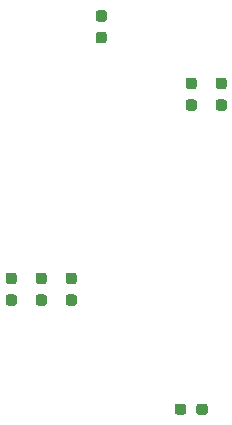
<source format=gtp>
G04 #@! TF.GenerationSoftware,KiCad,Pcbnew,5.1.12-84ad8e8a86~92~ubuntu20.04.1*
G04 #@! TF.CreationDate,2021-12-03T11:46:18+09:00*
G04 #@! TF.ProjectId,Key_checker,4b65795f-6368-4656-936b-65722e6b6963,rev?*
G04 #@! TF.SameCoordinates,Original*
G04 #@! TF.FileFunction,Paste,Top*
G04 #@! TF.FilePolarity,Positive*
%FSLAX46Y46*%
G04 Gerber Fmt 4.6, Leading zero omitted, Abs format (unit mm)*
G04 Created by KiCad (PCBNEW 5.1.12-84ad8e8a86~92~ubuntu20.04.1) date 2021-12-03 11:46:18*
%MOMM*%
%LPD*%
G01*
G04 APERTURE LIST*
G04 APERTURE END LIST*
G36*
G01*
X210582500Y-27095000D02*
X211057500Y-27095000D01*
G75*
G02*
X211295000Y-27332500I0J-237500D01*
G01*
X211295000Y-27832500D01*
G75*
G02*
X211057500Y-28070000I-237500J0D01*
G01*
X210582500Y-28070000D01*
G75*
G02*
X210345000Y-27832500I0J237500D01*
G01*
X210345000Y-27332500D01*
G75*
G02*
X210582500Y-27095000I237500J0D01*
G01*
G37*
G36*
G01*
X210582500Y-25270000D02*
X211057500Y-25270000D01*
G75*
G02*
X211295000Y-25507500I0J-237500D01*
G01*
X211295000Y-26007500D01*
G75*
G02*
X211057500Y-26245000I-237500J0D01*
G01*
X210582500Y-26245000D01*
G75*
G02*
X210345000Y-26007500I0J237500D01*
G01*
X210345000Y-25507500D01*
G75*
G02*
X210582500Y-25270000I237500J0D01*
G01*
G37*
G36*
G01*
X213122500Y-27095000D02*
X213597500Y-27095000D01*
G75*
G02*
X213835000Y-27332500I0J-237500D01*
G01*
X213835000Y-27832500D01*
G75*
G02*
X213597500Y-28070000I-237500J0D01*
G01*
X213122500Y-28070000D01*
G75*
G02*
X212885000Y-27832500I0J237500D01*
G01*
X212885000Y-27332500D01*
G75*
G02*
X213122500Y-27095000I237500J0D01*
G01*
G37*
G36*
G01*
X213122500Y-25270000D02*
X213597500Y-25270000D01*
G75*
G02*
X213835000Y-25507500I0J-237500D01*
G01*
X213835000Y-26007500D01*
G75*
G02*
X213597500Y-26245000I-237500J0D01*
G01*
X213122500Y-26245000D01*
G75*
G02*
X212885000Y-26007500I0J237500D01*
G01*
X212885000Y-25507500D01*
G75*
G02*
X213122500Y-25270000I237500J0D01*
G01*
G37*
G36*
G01*
X203437500Y-22355000D02*
X202962500Y-22355000D01*
G75*
G02*
X202725000Y-22117500I0J237500D01*
G01*
X202725000Y-21617500D01*
G75*
G02*
X202962500Y-21380000I237500J0D01*
G01*
X203437500Y-21380000D01*
G75*
G02*
X203675000Y-21617500I0J-237500D01*
G01*
X203675000Y-22117500D01*
G75*
G02*
X203437500Y-22355000I-237500J0D01*
G01*
G37*
G36*
G01*
X203437500Y-20530000D02*
X202962500Y-20530000D01*
G75*
G02*
X202725000Y-20292500I0J237500D01*
G01*
X202725000Y-19792500D01*
G75*
G02*
X202962500Y-19555000I237500J0D01*
G01*
X203437500Y-19555000D01*
G75*
G02*
X203675000Y-19792500I0J-237500D01*
G01*
X203675000Y-20292500D01*
G75*
G02*
X203437500Y-20530000I-237500J0D01*
G01*
G37*
G36*
G01*
X195817500Y-44580000D02*
X195342500Y-44580000D01*
G75*
G02*
X195105000Y-44342500I0J237500D01*
G01*
X195105000Y-43842500D01*
G75*
G02*
X195342500Y-43605000I237500J0D01*
G01*
X195817500Y-43605000D01*
G75*
G02*
X196055000Y-43842500I0J-237500D01*
G01*
X196055000Y-44342500D01*
G75*
G02*
X195817500Y-44580000I-237500J0D01*
G01*
G37*
G36*
G01*
X195817500Y-42755000D02*
X195342500Y-42755000D01*
G75*
G02*
X195105000Y-42517500I0J237500D01*
G01*
X195105000Y-42017500D01*
G75*
G02*
X195342500Y-41780000I237500J0D01*
G01*
X195817500Y-41780000D01*
G75*
G02*
X196055000Y-42017500I0J-237500D01*
G01*
X196055000Y-42517500D01*
G75*
G02*
X195817500Y-42755000I-237500J0D01*
G01*
G37*
G36*
G01*
X198357500Y-42755000D02*
X197882500Y-42755000D01*
G75*
G02*
X197645000Y-42517500I0J237500D01*
G01*
X197645000Y-42017500D01*
G75*
G02*
X197882500Y-41780000I237500J0D01*
G01*
X198357500Y-41780000D01*
G75*
G02*
X198595000Y-42017500I0J-237500D01*
G01*
X198595000Y-42517500D01*
G75*
G02*
X198357500Y-42755000I-237500J0D01*
G01*
G37*
G36*
G01*
X198357500Y-44580000D02*
X197882500Y-44580000D01*
G75*
G02*
X197645000Y-44342500I0J237500D01*
G01*
X197645000Y-43842500D01*
G75*
G02*
X197882500Y-43605000I237500J0D01*
G01*
X198357500Y-43605000D01*
G75*
G02*
X198595000Y-43842500I0J-237500D01*
G01*
X198595000Y-44342500D01*
G75*
G02*
X198357500Y-44580000I-237500J0D01*
G01*
G37*
G36*
G01*
X200897500Y-44580000D02*
X200422500Y-44580000D01*
G75*
G02*
X200185000Y-44342500I0J237500D01*
G01*
X200185000Y-43842500D01*
G75*
G02*
X200422500Y-43605000I237500J0D01*
G01*
X200897500Y-43605000D01*
G75*
G02*
X201135000Y-43842500I0J-237500D01*
G01*
X201135000Y-44342500D01*
G75*
G02*
X200897500Y-44580000I-237500J0D01*
G01*
G37*
G36*
G01*
X200897500Y-42755000D02*
X200422500Y-42755000D01*
G75*
G02*
X200185000Y-42517500I0J237500D01*
G01*
X200185000Y-42017500D01*
G75*
G02*
X200422500Y-41780000I237500J0D01*
G01*
X200897500Y-41780000D01*
G75*
G02*
X201135000Y-42017500I0J-237500D01*
G01*
X201135000Y-42517500D01*
G75*
G02*
X200897500Y-42755000I-237500J0D01*
G01*
G37*
G36*
G01*
X211245000Y-53577500D02*
X211245000Y-53102500D01*
G75*
G02*
X211482500Y-52865000I237500J0D01*
G01*
X211982500Y-52865000D01*
G75*
G02*
X212220000Y-53102500I0J-237500D01*
G01*
X212220000Y-53577500D01*
G75*
G02*
X211982500Y-53815000I-237500J0D01*
G01*
X211482500Y-53815000D01*
G75*
G02*
X211245000Y-53577500I0J237500D01*
G01*
G37*
G36*
G01*
X209420000Y-53577500D02*
X209420000Y-53102500D01*
G75*
G02*
X209657500Y-52865000I237500J0D01*
G01*
X210157500Y-52865000D01*
G75*
G02*
X210395000Y-53102500I0J-237500D01*
G01*
X210395000Y-53577500D01*
G75*
G02*
X210157500Y-53815000I-237500J0D01*
G01*
X209657500Y-53815000D01*
G75*
G02*
X209420000Y-53577500I0J237500D01*
G01*
G37*
M02*

</source>
